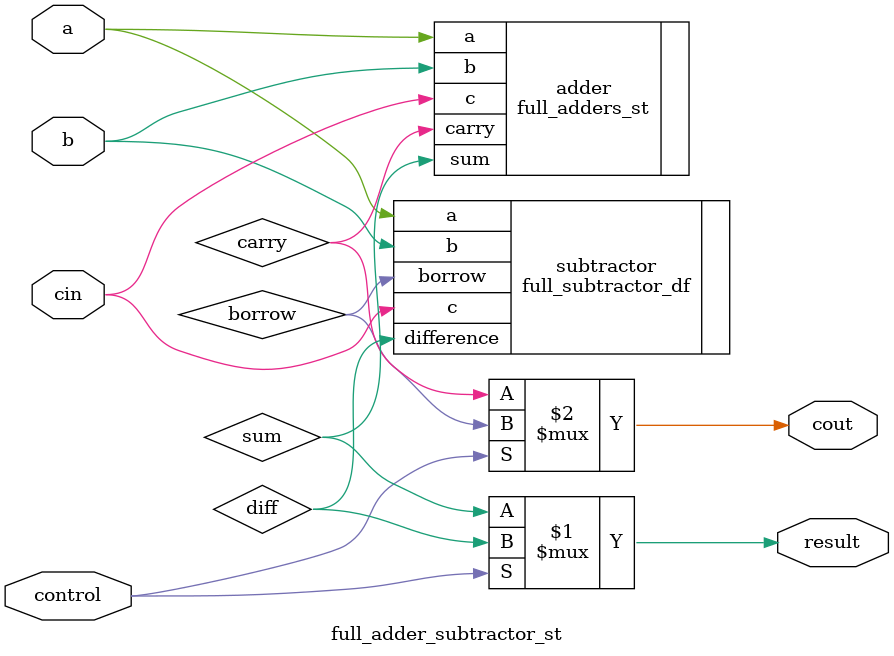
<source format=v>
`include "full_adders_st.v"
`include "full_subtractor_df.v"
module full_adder_subtractor_st(
    input a,
    input b,
    input cin,
    input control,
    output result,
    output cout
);

wire sum, diff, carry, borrow;

full_adders_st adder (
    .a(a),
    .b(b),
    .c(cin),
    .sum(sum),
    .carry(carry)
    );

full_subtractor_df subtractor (
    .a(a),
    .b(b),
    .c(cin),
    .difference(diff),
    .borrow(borrow)
);

assign result = control ? diff : sum;
assign cout = control ? borrow : carry;

endmodule
</source>
